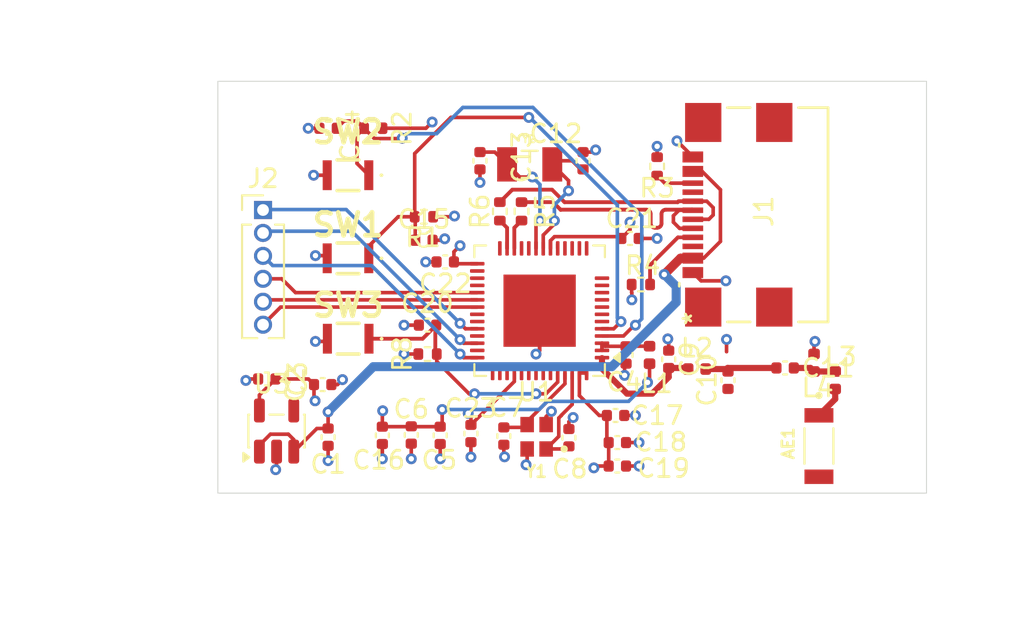
<source format=kicad_pcb>
(kicad_pcb (version 20241229) (generator "pcbnew") (generator_version "9.0")
  (layers (0 "F.Cu" signal) (4 "In1.Cu" power "GND") (6 "In2.Cu" power "PWR") (2 "B.Cu" signal) (13 "F.Paste" user) (15 "B.Paste" user) (5 "F.SilkS" user "F.Silkscreen") (7 "B.SilkS" user "B.Silkscreen") (1 "F.Mask" user) (3 "B.Mask" user) (25 "Edge.Cuts" user))
  (net 0 "")
  (net 1 "GND")
  (net 2 "5v_USB_EXT")
  (net 3 " VDD3P3_RTC")
  (net 4 "Net-(C4-Pad2)")
  (net 5 "Net-(U1-XTAL_N)")
  (net 6 "Net-(U1-XTAL_P)")
  (net 7 "Net-(U1-LNA_IN)")
  (net 8 "Net-(C10-Pad2)")
  (net 9 "Net-(C11-Pad1)")
  (net 10 "Net-(U1-XTAL_32K_P)")
  (net 11 "Net-(U1-XTAL_32K_N)")
  (net 12 "Chip_PU")
  (net 13 "GPIO0")
  (net 14 "GPIO46")
  (net 15 "Net-(AE1-FEED)")
  (net 16 "Net-(J1-CC2)")
  (net 17 "Net-(J1-CC1)")
  (net 18 "USB_D-")
  (net 19 "USB_D+")
  (net 53 "CS_FLASH")
  (net 54 "/Clock")
  (net 55 "CS_DAC")
  (net 56 "/MISO")
  (net 57 "/MOSI")
  (net 58 "CS_ADC")
  (net 59 "unconnected-(U1-GPIO14-Pad19)")
  (net 60 "/ESP_USB_D-")
  (net 61 "/ESP_USB_D+")
  (footprint "Capacitor_SMD:C_0402_1005Metric" (layer "F.Cu") (at 163.22 67.64 -90)
    (property "Reference" "C7")
    (property "Value" "14µF")
  )
  (footprint "Resistor_SMD:R_0402_1005Metric" (layer "F.Cu") (at 163 55.2 -90)
    (property "Reference" "R6")
    (property "Value" "22")
  )
  (footprint "Capacitor_SMD:C_0402_1005Metric" (layer "F.Cu") (at 153.2 64.79 180)
    (property "Reference" "C2")
    (property "Value" "10µF")
  )
  (footprint "Capacitor_SMD:C_0402_1005Metric" (layer "F.Cu") (at 161.4 67.5 90)
    (property "Reference" "C23")
    (property "Value" "0.1µF")
  )
  (footprint "Package_DFN_QFN:QFN-56-1EP_7x7mm_P0.4mm_EP4x4mm" (layer "F.Cu") (at 165.2 60.7 180)
    (property "Reference" "U1")
    (property "Value" "ESP32-S3")
  )
  (footprint "Capacitor_SMD:C_0402_1005Metric" (layer "F.Cu") (at 159.7 67.6 90)
    (property "Reference" "C5")
    (property "Value" "0.1µF")
  )
  (footprint "wsg_fp:USB4110-GF-A_GCT" (layer "F.Cu") (at 177.0378 55.390001 90)
    (property "Reference" "J1")
    (property "Value" "USB4110-GF-A")
  )
  (footprint "Resistor_SMD:R_0402_1005Metric" (layer "F.Cu") (at 170.8 59.25 180)
    (property "Reference" "R4")
    (property "Value" "5.1k")
  )
  (footprint "Connector_PinHeader_1.27mm:PinHeader_1x06_P1.27mm_Vertical" (layer "F.Cu") (at 149.9 55.125)
    (property "Reference" "J2")
    (property "Value" "Conn_01x06")
  )
  (footprint "Inductor_SMD:L_0402_1005Metric" (layer "F.Cu") (at 180.38 63.58 -90)
    (property "Reference" "L4")
    (property "Value" "2.7nH")
  )
  (footprint "Capacitor_SMD:C_0402_1005Metric" (layer "F.Cu") (at 156.5 67.6 90)
    (property "Reference" "C16")
    (property "Value" "2.2µF")
  )
  (footprint "wsg_fp:XDCR_2450AT18B100E" (layer "F.Cu") (at 180.65 68.1925 -90)
    (property "Reference" "AE1")
    (property "Value" "Antenna_Chip")
  )
  (footprint "Capacitor_SMD:C_0402_1005Metric" (layer "F.Cu") (at 159 61.5 180)
    (property "Reference" "C20")
    (property "Value" "10pF")
  )
  (footprint "Capacitor_SMD:C_0402_1005Metric" (layer "F.Cu") (at 169.4 66.5 180)
    (property "Reference" "C17")
    (property "Value" "10nF")
  )
  (footprint "Capacitor_SMD:C_0402_1005Metric" (layer "F.Cu") (at 169.98 63.15 90)
    (property "Reference" "C4")
    (property "Value" "0.1µF")
  )
  (footprint "Package_TO_SOT_SMD:SOT-23-5" (layer "F.Cu") (at 150.65 67.3625 90)
    (property "Reference" "U3")
    (property "Value" "AP2112H")
  )
  (footprint "Capacitor_SMD:C_0402_1005Metric" (layer "F.Cu") (at 175.62 64.55 90)
    (property "Reference" "C10")
    (property "Value" "1.5pF")
  )
  (footprint "wsg_fp:NANOT100AS_butt" (layer "F.Cu") (at 154.6 57.8 180)
    (property "Reference" "SW1")
    (property "Value" "SW_Push" (hide yes))
  )
  (footprint "Capacitor_SMD:C_0402_1005Metric" (layer "F.Cu") (at 161.9 52.4 90)
    (property "Reference" "C13")
    (property "Value" "17pF")
  )
  (footprint "wsg_fp:NANOT100AS_butt" (layer "F.Cu") (at 154.6 53.2 180)
    (property "Reference" "SW2")
    (property "Value" "SW_Push" (hide yes))
  )
  (footprint "Inductor_SMD:L_0402_1005Metric" (layer "F.Cu") (at 171.28 63.15 90)
    (property "Reference" "L1")
    (property "Value" "2.0nH")
  )
  (footprint "Inductor_SMD:L_0402_1005Metric" (layer "F.Cu") (at 173.9 63.93)
    (property "Reference" "L2")
    (property "Value" "2.7nH")
  )
  (footprint "wsg_fp:NANOT100AS_butt" (layer "F.Cu") (at 154.61 62.25 180)
    (property "Reference" "SW3")
    (property "Value" "SW_Push" (hide yes))
  )
  (footprint "Capacitor_SMD:C_0402_1005Metric" (layer "F.Cu") (at 172.34 63.39 -90)
    (property "Reference" "C9")
    (property "Value" "1.5pF")
  )
  (footprint "Capacitor_SMD:C_0402_1005Metric" (layer "F.Cu") (at 153.5 67.7 90)
    (property "Reference" "C1")
    (property "Value" "10µF")
  )
  (footprint "Capacitor_SMD:C_0402_1005Metric" (layer "F.Cu") (at 167.6 52.4 -90)
    (property "Reference" "C12")
    (property "Value" "17pF")
  )
  (footprint "Capacitor_SMD:C_0402_1005Metric" (layer "F.Cu") (at 169.5 69.3 180)
    (property "Reference" "C19")
    (property "Value" "2.2µF")
  )
  (footprint "Resistor_SMD:R_0402_1005Metric" (layer "F.Cu") (at 156 50.6)
    (property "Reference" "R2")
    (property "Value" "10k")
  )
  (footprint "Capacitor_SMD:C_0402_1005Metric" (layer "F.Cu") (at 153.5 50.6 180)
    (property "Reference" "C14")
    (property "Value" "10pF")
  )
  (footprint "wsg_fp:XTAL_ECS-.327-12.5-34B-TR" (layer "F.Cu") (at 164.65 52.6)
    (property "Reference" "Y2")
    (property "Value" "ECS-.327-12.5-34B-TR")
  )
  (footprint "Inductor_SMD:L_0402_1005Metric" (layer "F.Cu") (at 181.55 64.55 -90)
    (property "Reference" "L3")
    (property "Value" "3.3nH")
  )
  (footprint "Capacitor_SMD:C_0402_1005Metric" (layer "F.Cu") (at 158.8 56.8)
    (property "Reference" "C15")
    (property "Value" "10pF")
  )
  (footprint "Capacitor_SMD:C_0402_1005Metric" (layer "F.Cu") (at 159.98 58)
    (property "Reference" "C22")
    (property "Value" "0.1µF")
  )
  (footprint "Resistor_SMD:R_0402_1005Metric" (layer "F.Cu") (at 158.8 55.5)
    (property "Reference" "R1")
    (property "Value" "10k")
  )
  (footprint "Resistor_SMD:R_0402_1005Metric" (layer "F.Cu") (at 159 63.1 180)
    (property "Reference" "R8")
    (property "Value" "10k")
  )
  (footprint "Capacitor_SMD:C_0402_1005Metric" (layer "F.Cu") (at 178.78 63.87 180)
    (property "Reference" "C11")
    (property "Value" "1.2pF")
  )
  (footprint "Capacitor_SMD:C_0402_1005Metric" (layer "F.Cu") (at 158.1 67.58 90)
    (property "Reference" "C6")
    (property "Value" "2.2µF")
  )
  (footprint "wsg_fp:XTAL_ECS-400-10-37B2-CKY-TR" (layer "F.Cu") (at 165.035 67.68 90)
    (property "Reference" "Y1")
    (property "Value" "ECS-400-10-37B2-CKY-TR")
  )
  (footprint "Capacitor_SMD:C_0402_1005Metric" (layer "F.Cu") (at 169.5 68 180)
    (property "Reference" "C18")
    (property "Value" "0.1µF")
  )
  (footprint "Capacitor_SMD:C_0402_1005Metric" (layer "F.Cu") (at 166.82 67.73 -90)
    (property "Reference" "C8")
    (property "Value" "14µF")
  )
  (footprint "Resistor_SMD:R_0402_1005Metric" (layer "F.Cu") (at 164.2 55.2 -90)
    (property "Reference" "R5")
    (property "Value" "22")
  )
  (footprint "Capacitor_SMD:C_0402_1005Metric" (layer "F.Cu") (at 150.11 64.48)
    (property "Reference" "C3")
    (property "Value" "0.1µF")
  )
  (footprint "Capacitor_SMD:C_0402_1005Metric" (layer "F.Cu") (at 170.2 56.7 180)
    (property "Reference" "C21")
    (property "Value" "0.1µF")
  )
  (footprint "Resistor_SMD:R_0402_1005Metric" (layer "F.Cu") (at 171.7 52.71 90)
    (property "Reference" "R3")
    (property "Value" "5.1k")
  )
  (gr_rect (start 147.4 48) (end 186.6 70.8) (stroke (width 0.05)) (fill no) (layer "Edge.Cuts"))
  (segment (start 158.1 68.06) (end 158.1 68.9) (width 0.2) (layer "F.Cu") (net 1))
  (segment (start 168.18 51.92) (end 167.6 51.92) (width 0.2) (layer "F.Cu") (net 1))
  (segment (start 172.34 62.31) (end 172.29 62.26) (width 0.2) (layer "F.Cu") (net 1))
  (segment (start 163.22 68.75) (end 163.26 68.79) (width 0.2) (layer "F.Cu") (net 1))
  (segment (start 153.68 64.79) (end 154.02005 64.79) (width 0.2) (layer "F.Cu") (net 1))
  (segment (start 152.8 62.4) (end 153.31 62.4) (width 0.2) (layer "F.Cu") (net 1))
  (segment (start 169.88 66.5) (end 170.5 66.5) (width 0.2) (layer "F.Cu") (net 1))
  (segment (start 164.51 69.17) (end 164.45 69.23) (width 0.2) (layer "F.Cu") (net 1))
  (segment (start 171.7 51.6) (end 171.7 52.2) (width 0.2) (layer "F.Cu") (net 1))
  (segment (start 150.65 68.5) (end 150.65 69.45) (width 0.2) (layer "F.Cu") (net 1))
  (segment (start 166.82 66.847818) (end 167.054832 66.612986) (width 0.2) (layer "F.Cu") (net 1))
  (segment (start 159.5 58) (end 158.9 58) (width 0.2) (layer "F.Cu") (net 1))
  (segment (start 169.9 64.28) (end 169.9 63.71) (width 0.2) (layer "F.Cu") (net 1))
  (segment (start 172.796698 51.3) (end 173.675 52.178302) (width 0.2) (layer "F.Cu") (net 1))
  (segment (start 149.03 64.48) (end 148.95 64.56) (width 0.2) (layer "F.Cu") (net 1))
  (segment (start 165.2 62.9) (end 165 63.1) (width 0.2123) (layer "F.Cu") (net 1))
  (segment (start 172.34 62.91) (end 172.34 62.31) (width 0.2) (layer "F.Cu") (net 1))
  (segment (start 159.7 68.08) (end 159.7 68.9) (width 0.2) (layer "F.Cu") (net 1))
  (segment (start 153.02 50.6) (end 152.4 50.6) (width 0.2) (layer "F.Cu") (net 1))
  (segment (start 153.31 62.4) (end 153.46 62.25) (width 0.2) (layer "F.Cu") (net 1))
  (segment (start 168.3 51.8) (end 168.18 51.92) (width 0.2) (layer "F.Cu") (net 1))
  (segment (start 170.7 68) (end 169.98 68) (width 0.2) (layer "F.Cu") (net 1))
  (segment (start 153.45 53.2) (end 152.7 53.2) (width 0.2) (layer "F.Cu") (net 1))
  (segment (start 180.38 62.45) (end 180.43 62.4) (width 0.2) (layer "F.Cu") (net 1))
  (segment (start 175.502562 59.045841) (end 174.130839 59.045841) (width 0.2) (layer "F.Cu") (net 1))
  (segment (start 156.5 68.08) (end 156.5 68.9) (width 0.2) (layer "F.Cu") (net 1))
  (segment (start 165.56 66.56198) (end 165.85099 66.27099) (width 0.2) (layer "F.Cu") (net 1))
  (segment (start 157.7 61.5) (end 158.52 61.5) (width 0.2) (layer "F.Cu") (net 1))
  (segment (start 171.7 56.7) (end 170.68 56.7) (width 0.2) (layer "F.Cu") (net 1))
  (segment (start 165.2 60.7) (end 165.2 62.9) (width 0.2123) (layer "F.Cu") (net 1))
  (segment (start 159.28 56.8) (end 159.87 56.8) (width 0.2) (layer "F.Cu") (net 1))
  (segment (start 159.87 56.8) (end 159.95 56.72) (width 0.2) (layer "F.Cu") (net 1))
  (segment (start 170.3 59.7) (end 170.29 59.69) (width 0.2) (layer "F.Cu") (net 1))
  (segment (start 166.82 67.25) (end 166.82 66.847818) (width 0.2) (layer "F.Cu") (net 1))
  (segment (start 164.51 68.355) (end 164.51 69.17) (width 0.2) (layer "F.Cu") (net 1))
  (segment (start 170.29 59.69) (end 170.29 59.25) (width 0.2) (layer "F.Cu") (net 1))
  (segment (start 169.9 63.71) (end 169.98 63.63) (width 0.2) (layer "F.Cu") (net 1))
  (segment (start 152.8 57.65) (end 153.3 57.65) (width 0.2) (layer "F.Cu") (net 1))
  (segment (start 174.130839 59.045841) (end 173.675 58.590002) (width 0.2) (layer "F.Cu") (net 1))
  (segment (start 169.98 69.3) (end 170.7 69.3) (width 0.2) (layer "F.Cu") (net 1))
  (segment (start 173.675 52.178302) (end 173.675 52.190002) (width 0.2) (layer "F.Cu") (net 1))
  (segment (start 165.56 67.005) (end 165.56 66.56198) (width 0.2) (layer "F.Cu") (net 1))
  (segment (start 153.3 57.65) (end 153.45 57.8) (width 0.2) (layer "F.Cu") (net 1))
  (segment (start 153.5 68.28) (end 153.5 69) (width 0.2) (layer "F.Cu") (net 1))
  (segment (start 154.02005 64.79) (end 154.295025 64.515025) (width 0.2) (layer "F.Cu") (net 1))
  (segment (start 180.38 63.095) (end 180.38 62.45) (width 0.2) (layer "F.Cu") (net 1))
  (segment (start 163.22 68.12) (end 163.22 68.75) (width 0.2) (layer "F.Cu") (net 1))
  (segment (start 161.9 52.88) (end 161.9 53.6) (width 0.2) (layer "F.Cu") (net 1))
  (segment (start 165.73 67.02) (end 165.75 67) (width 0.2) (layer "F.Cu") (net 1))
  (segment (start 150.65 69.45) (end 150.6 69.5) (width 0.2) (layer "F.Cu") (net 1))
  (segment (start 170.3 60.1) (end 170.3 59.7) (width 0.2) (layer "F.Cu") (net 1))
  (segment (start 161.4 67.98) (end 161.4 68.8) (width 0.2) (layer "F.Cu") (net 1))
  (segment (start 149.63 64.48) (end 149.03 64.48) (width 0.2) (layer "F.Cu") (net 1))
  (via (at 163.26 68.79) (size 0.6) (drill 0.3) (layers "F.Cu" "B.Cu") (net 1))
  (via (at 158.1 68.9) (size 0.6) (drill 0.3) (layers "F.Cu" "B.Cu") (net 1))
  (via (at 152.7 53.2) (size 0.6) (drill 0.3) (layers "F.Cu" "B.Cu") (net 1))
  (via (at 152.8 62.4) (size 0.6) (drill 0.3) (layers "F.Cu" "B.Cu") (net 1))
  (via (at 171.7 56.7) (size 0.6) (drill 0.3) (layers "F.Cu" "B.Cu") (net 1))
  (via (at 159.95 56.72) (size 0.6) (drill 0.3) (layers "F.Cu" "B.Cu") (net 1))
  (via (at 161.4 68.8) (size 0.6) (drill 0.3) (layers "F.Cu" "B.Cu") (net 1))
  (via (at 152.4 50.6) (size 0.6) (drill 0.3) (layers "F.Cu" "B.Cu") (net 1))
  (via (at 156.5 68.9) (size 0.6) (drill 0.3) (layers "F.Cu" "B.Cu") (net 1))
  (via (at 165 63.1) (size 0.6) (drill 0.3) (layers "F.Cu" "B.Cu") (net 1))
  (via (at 150.6 69.5) (size 0.6) (drill 0.3) (layers "F.Cu" "B.Cu") (net 1))
  (via (at 167.054832 66.612986) (size 0.6) (drill 0.3) (layers "F.Cu" "B.Cu") (net 1))
  (via (at 170.5 66.5) (size 0.6) (drill 0.3) (layers "F.Cu" "B.Cu") (net 1))
  (via (at 170.7 68) (size 0.6) (drill 0.3) (layers "F.Cu" "B.Cu") (net 1))
  (via (at 172.29 62.26) (size 0.6) (drill 0.3) (layers "F.Cu" "B.Cu") (net 1))
  (via (at 148.95 64.56) (size 0.6) (drill 0.3) (layers "F.Cu" "B.Cu") (net 1))
  (via (at 180.43 62.4) (size 0.6) (drill 0.3) (layers "F.Cu" "B.Cu") (net 1))
  (via (at 170.3 60.1) (size 0.6) (drill 0.3) (layers "F.Cu" "B.Cu") (net 1))
  (via (at 169.9 64.28) (size 0.6) (drill 0.3) (layers "F.Cu" "B.Cu") (net 1))
  (via (at 165.85099 66.27099) (size 0.6) (drill 0.3) (layers "F.Cu" "B.Cu") (net 1))
  (via (at 175.502562 59.045841) (size 0.6) (drill 0.3) (layers "F.Cu" "B.Cu") (net 1))
  (via (at 153.5 69) (size 0.6) (drill 0.3) (layers "F.Cu" "B.Cu") (net 1))
  (via (at 161.9 53.6) (size 0.6) (drill 0.3) (layers "F.Cu" "B.Cu") (net 1))
  (via (at 158.9 58) (size 0.6) (drill 0.3) (layers "F.Cu" "B.Cu") (net 1))
  (via (at 152.8 57.65) (size 0.6) (drill 0.3) (layers "F.Cu" "B.Cu") (net 1))
  (via (at 170.7 69.3) (size 0.6) (drill 0.3) (layers "F.Cu" "B.Cu") (net 1))
  (via (at 157.7 61.5) (size 0.6) (drill 0.3) (layers "F.Cu" "B.Cu") (net 1))
  (via (at 171.7 51.6) (size 0.6) (drill 0.3) (layers "F.Cu" "B.Cu") (net 1))
  (via (at 168.3 51.8) (size 0.6) (drill 0.3) (layers "F.Cu" "B.Cu") (net 1))
  (via (at 172.796698 51.3) (size 0.6) (drill 0.3) (layers "F.Cu" "B.Cu") (net 1))
  (via (at 164.45 69.23) (size 0.6) (drill 0.3) (layers "F.Cu" "B.Cu") (net 1))
  (via (at 154.295025 64.515025) (size 0.6) (drill 0.3) (layers "F.Cu" "B.Cu") (net 1))
  (via (at 159.7 68.9) (size 0.6) (drill 0.3) (layers "F.Cu" "B.Cu") (net 1))
  (segment (start 175.201 56.86564) (end 174.276639 57.790001) (width 0.2) (layer "F.Cu") (net 2))
  (segment (start 149.7 68.5) (end 149.7 68.145532) (width 0.2) (layer "F.Cu") (net 2))
  (segment (start 151.6 68.5) (end 152.88 67.22) (width 0.2) (layer "F.Cu") (net 2))
  (segment (start 174.190001 52.990001) (end 175.201 54.001) (width 0.2) (layer "F.Cu") (net 2))
  (segment (start 174.276639 57.790001) (end 173.675 57.790001) (width 0.2) (layer "F.Cu") (net 2))
  (segment (start 172.093351 58.693351) (end 172.996701 57.790001) (width 0.5) (layer "F.Cu") (net 2))
  (segment (start 172.996701 57.790001) (end 173.675 57.790001) (width 0.5) (layer "F.Cu") (net 2))
  (segment (start 151.298999 67.5365) (end 151.6 67.837501) (width 0.2) (layer "F.Cu") (net 2))
  (segment (start 149.7 68.145532) (end 150.309032 67.5365) (width 0.2) (layer "F.Cu") (net 2))
  (segment (start 152.88 67.22) (end 153.5 67.22) (width 0.2) (layer "F.Cu") (net 2))
  (segment (start 153.5 67.22) (end 153.5 66.3) (width 0.2) (layer "F.Cu") (net 2))
  (segment (start 151.6 67.837501) (end 151.6 68.5) (width 0.2) (layer "F.Cu") (net 2))
  (segment (start 173.675 57.790001) (end 173.871601 57.5934) (width 0.2) (layer "F.Cu") (net 2))
  (segment (start 173.675 52.990001) (end 174.190001 52.990001) (width 0.2) (layer "F.Cu") (net 2))
  (segment (start 150.309032 67.5365) (end 151.298999 67.5365) (width 0.2) (layer "F.Cu") (net 2))
  (segment (start 175.201 54.001) (end 175.201 56.86564) (width 0.2) (layer "F.Cu") (net 2))
  (via (at 153.5 66.3) (size 0.6) (drill 0.3) (layers "F.Cu" "B.Cu") (net 2))
  (via (at 172.093351 58.693351) (size 0.6) (drill 0.3) (layers "F.Cu" "B.Cu") (net 2))
  (segment (start 153.5 66.3) (end 156 63.8) (width 0.5) (layer "B.Cu") (net 2))
  (segment (start 172.753148 60.236518) (end 172.753148 59.353148) (width 0.5) (layer "B.Cu") (net 2))
  (segment (start 156 63.8) (end 169.189666 63.8) (width 0.5) (layer "B.Cu") (net 2))
  (segment (start 172.753148 59.353148) (end 172.093351 58.693351) (width 0.5) (layer "B.Cu") (net 2))
  (segment (start 169.189666 63.8) (end 172.753148 60.236518) (width 0.5) (layer "B.Cu") (net 2))
  (segment (start 152.72 65.63) (end 152.78 65.69) (width 0.2) (layer "F.Cu") (net 3))
  (segment (start 169.02 67.81) (end 169.02 68) (width 0.2) (layer "F.Cu") (net 3))
  (segment (start 171.28 64.56) (end 171.17 64.67) (width 0.2) (layer "F.Cu") (net 3))
  (segment (start 166.023936 56.599) (end 169.619 56.599) (width 0.2) (layer "F.Cu") (net 3))
  (segment (start 171.28 63.635) (end 171.28 64.56) (width 0.2) (layer "F.Cu") (net 3))
  (segment (start 170.2 56.22) (end 169.72 56.7) (width 0.2) (layer "F.Cu") (net 3))
  (segment (start 169.02 69.3) (end 169.02 68) (width 0.2) (layer "F.Cu") (net 3))
  (segment (start 158.912182 50.6) (end 159.256091 50.256091) (width 0.2) (layer "F.Cu") (net 3))
  (segment (start 156.5 67.12) (end 156.5 66.26) (width 0.2) (layer "F.Cu") (net 3))
  (segment (start 167.4 64.15) (end 167.4 65.4) (width 0.2) (layer "F.Cu") (net 3))
  (segment (start 152.72 64.79) (end 152.72 65.63) (width 0.2) (layer "F.Cu") (net 3))
  (segment (start 168.3 69.3) (end 168.2 69.4) (width 0.2) (layer "F.Cu") (net 3))
  (segment (start 152.41 64.48) (end 152.72 64.79) (width 0.2) (layer "F.Cu") (net 3))
  (segment (start 169.02 69.3) (end 168.3 69.3) (width 0.2) (layer "F.Cu") (net 3))
  (segment (start 168.5 66.5) (end 168.92 66.5) (width 0.2) (layer "F.Cu") (net 3))
  (segment (start 159.31 55.5) (end 160.45 55.5) (width 0.2) (layer "F.Cu") (net 3))
  (segment (start 158.08 67.12) (end 158.1 67.1) (width 0.2) (layer "F.Cu") (net 3))
  (segment (start 169.619 56.599) (end 169.72 56.7) (width 0.2) (layer "F.Cu") (net 3))
  (segment (start 168.92 67.9) (end 169.02 68) (width 0.2) (layer "F.Cu") (net 3))
  (segment (start 159.7 67.12) (end 158.12 67.12) (width 0.2) (layer "F.Cu") (net 3))
  (segment (start 160.46 57.44) (end 160.46 58) (width 0.2) (layer "F.Cu") (net 3))
  (segment (start 161.25 66.38) (end 161.4 66.53) (width 0.2) (layer "F.Cu") (net 3))
  (segment (start 165.8 57.25) (end 165.8 56.822936) (width 0.2) (layer "F.Cu") (net 3))
  (segment (start 161.4 67.02) (end 163.8 64.62) (width 0.2) (layer "F.Cu") (net 3))
  (segment (start 159.81 67.01) (end 159.7 67.12) (width 0.2) (layer "F.Cu") (net 3))
  (segment (start 159.81 66.17) (end 159.81 67.01) (width 0.2) (layer "F.Cu") (net 3))
  (segment (start 160.8 57.1) (end 160.46 57.44) (width 0.2) (layer "F.Cu") (net 3))
  (segment (start 150.59 64.48) (end 152.41 64.48) (width 0.2) (layer "F.Cu") (net 3))
  (segment (start 161.4 66.53) (end 161.4 67.02) (width 0.2) (layer "F.Cu") (net 3))
  (segment (start 156.5 67.12) (end 158.08 67.12) (width 0.2) (layer "F.Cu") (net 3))
  (segment (start 158.12 67.12) (end 158.1 67.1) (width 0.2) (layer "F.Cu") (net 3))
  (segment (start 149.7 66.225) (end 149.7 65.37) (width 0.2) (layer "F.Cu") (net 3))
  (segment (start 165.8 56.822936) (end 166.023936 56.599) (width 0.2) (layer "F.Cu") (net 3))
  (segment (start 167.4 65.4) (end 168.5 66.5) (width 0.2) (layer "F.Cu") (net 3))
  (segment (start 167.8 64.28) (end 167.8 64.15) (width 0.2) (layer "F.Cu") (net 3))
  (segment (start 156.5 66.26) (end 156.52 66.24) (width 0.2) (layer "F.Cu") (net 3))
  (segment (start 149.7 65.37) (end 150.59 64.48) (width 0.2) (layer "F.Cu") (net 3))
  (segment (start 156.51 50.6) (end 158.912182 50.6) (width 0.2) (layer "F.Cu") (net 3))
  (segment (start 170.2 55.8) (end 170.2 56.22) (width 0.2) (layer "F.Cu") (net 3))
  (segment (start 168.92 66.5) (end 168.92 67.9) (width 0.2) (layer "F.Cu") (net 3))
  (segment (start 158.49 63.1) (end 157.7 63.1) (width 0.2) (layer "F.Cu") (net 3))
  (segment (start 167.8 64.15) (end 167.4 64.15) (width 0.2) (layer "F.Cu") (net 3))
  (segment (start 160.56 58.1) (end 160.46 58) (width 0.2) (layer "F.Cu") (net 3))
  (segment (start 161.75 58.1) (end 160.56 58.1) (width 0.2) (layer "F.Cu") (net 3))
  (segment (start 163.8 64.62) (end 163.8 64.15) (width 0.2) (layer "F.Cu") (net 3))
  (segment (start 160.45 55.5) (end 160.49 55.46) (width 0.2) (layer "F.Cu") (net 3))
  (via (at 170.2 55.8) (size 0.6) (drill 0.3) (layers "F.Cu" "B.Cu") (net 3))
  (via (at 156.52 66.24) (size 0.6) (drill 0.3) (layers "F.Cu" "B.Cu") (net 3))
  (via (at 160.49 55.46) (size 0.6) (drill 0.3) (layers "F.Cu" "B.Cu") (net 3))
  (via (at 171.17 64.67) (size 0.6) (drill 0.3) (layers "F.Cu" "B.Cu") (net 3))
  (via (at 157.7 63.1) (size 0.6) (drill 0.3) (layers "F.Cu" "B.Cu") (net 3))
  (via (at 159.256091 50.256091) (size 0.6) (drill 0.3) (layers "F.Cu" "B.Cu") (net 3))
  (via (at 161.25 66.38) (size 0.6) (drill 0.3) (layers "F.Cu" "B.Cu") (net 3))
  (via (at 152.78 65.69) (size 0.6) (drill 0.3) (layers "F.Cu" "B.Cu") (net 3))
  (via (at 168.2 69.4) (size 0.6) (drill 0.3) (layers "F.Cu" "B.Cu") (net 3))
  (via (at 159.81 66.17) (size 0.6) (drill 0.3) (layers "F.Cu" "B.Cu") (net 3))
  (via (at 160.8 57.1) (size 0.6) (drill 0.3) (layers "F.Cu" "B.Cu") (net 3))
  (segment (start 170.12001 65.71999) (end 165.622758 65.71999) (width 0.2) (layer "B.Cu") (net 3))
  (segment (start 165.172748 66.17) (end 159.81 66.17) (width 0.2) (layer "B.Cu") (net 3))
  (segment (start 171.17 64.67) (end 170.12001 65.71999) (width 0.2) (layer "B.Cu") (net 3))
  (segment (start 165.622758 65.71999) (end 165.172748 66.17) (width 0.2) (layer "B.Cu") (net 3))
  (segment (start 168.65 62.9) (end 168.65 62.5) (width 0.2123) (layer "F.Cu") (net 4))
  (segment (start 168.82 62.67) (end 168.65 62.5) (width 0.2) (layer "F.Cu") (net 4))
  (segment (start 169.98 62.67) (end 168.82 62.67) (width 0.2) (layer "F.Cu") (net 4))
  (segment (start 171.28 62.665) (end 169.985 62.665) (width 0.2) (layer "F.Cu") (net 4))
  (segment (start 164.51 67.005) (end 164.51 66.834162) (width 0.2) (layer "F.Cu") (net 5))
  (segment (start 166.6 64.744162) (end 166.6 64.15) (width 0.2) (layer "F.Cu") (net 5))
  (segment (start 164.51 66.834162) (end 166.6 64.744162) (width 0.2) (layer "F.Cu") (net 5))
  (segment (start 163.22 67.16) (end 164.355 67.16) (width 0.2) (layer "F.Cu") (net 5))
  (segment (start 164.355 67.16) (end 164.51 67.005) (width 0.2) (layer "F.Cu") (net 5))
  (segment (start 165.56 68.355) (end 166.675 68.355) (width 0.2) (layer "F.Cu") (net 6))
  (segment (start 166.40199 66.499222) (end 166.40199 66.48801) (width 0.2) (layer "F.Cu") (net 6))
  (segment (start 167 65.89) (end 167 64.15) (width 0.2) (layer "F.Cu") (net 6))
  (segment (start 166.259 66.642212) (end 166.40199 66.499222) (width 0.2) (layer "F.Cu") (net 6))
  (segment (start 166.675 68.355) (end 166.82 68.21) (width 0.2) (layer "F.Cu") (net 6))
  (segment (start 165.56 68.355) (end 166.259 67.656) (width 0.2) (layer "F.Cu") (net 6))
  (segment (start 166.40199 66.48801) (end 167 65.89) (width 0.2) (layer "F.Cu") (net 6))
  (segment (start 166.259 67.656) (end 166.259 66.642212) (width 0.2) (layer "F.Cu") (net 6))
  (segment (start 171.427227 65.291) (end 170.032773 65.291) (width 0.34) (layer "F.Cu") (net 7))
  (segment (start 170.032773 65.291) (end 168.65 63.908227) (width 0.34) (layer "F.Cu") (net 7))
  (segment (start 173.355 63.87) (end 173.415 63.93) (width 0.34) (layer "F.Cu") (net 7))
  (segment (start 172.34 63.87) (end 172.34 64.378227) (width 0.34) (layer "F.Cu") (net 7))
  (segment (start 168.65 63.908227) (end 168.65 63.32715) (width 0.34) (layer "F.Cu") (net 7))
  (segment (start 172.34 63.87) (end 173.355 63.87) (width 0.34) (layer "F.Cu") (net 7))
  (segment (start 172.34 64.378227) (end 171.427227 65.291) (width 0.34) (layer "F.Cu") (net 7))
  (segment (start 178.3 63.87) (end 175.6 63.87) (width 0.34) (layer "F.Cu") (net 8))
  (segment (start 175.6 63.87) (end 175.54 63.93) (width 0.34) (layer "F.Cu") (net 8))
  (segment (start 174.385 63.93) (end 175.54 63.93) (width 0.34) (layer "F.Cu") (net 8))
  (segment (start 175.54 62.97) (end 175.54 62.29) (width 0.2) (layer "F.Cu") (net 8))
  (via (at 175.54 62.29) (size 0.6) (drill 0.3) (layers "F.Cu" "B.Cu") (net 8))
  (segment (start 180.185 63.87) (end 180.38 64.065) (width 0.34) (layer "F.Cu") (net 9))
  (segment (start 179.26 63.87) (end 180.185 63.87) (width 0.34) (layer "F.Cu") (net 9))
  (segment (start 180.38 64.065) (end 181.55 64.065) (width 0.34) (layer "F.Cu") (net 9))
  (segment (start 167.6 52.88) (end 167.48 52.88) (width 0.2) (layer "F.Cu") (net 10))
  (segment (start 166.017296 55.715) (end 166.017296 55.897704) (width 0.2) (layer "F.Cu") (net 10))
  (segment (start 167 52.4) (end 166.1 52.4) (width 0.2) (layer "F.Cu") (net 10))
  (segment (start 165.4 56.515) (end 165.4 57.25) (width 0.2) (layer "F.Cu") (net 10))
  (segment (start 166.8 54.06302) (end 166.8 53.5) (width 0.2) (layer "F.Cu") (net 10))
  (segment (start 166.8 53.5) (end 165.9 52.6) (width 0.2) (layer "F.Cu") (net 10))
  (segment (start 167.48 52.88) (end 167 52.4) (width 0.2) (layer "F.Cu") (net 10))
  (segment (start 166.017296 55.897704) (end 165.4 56.515) (width 0.2) (layer "F.Cu") (net 10))
  (segment (start 166.1 52.4) (end 165.9 52.6) (width 0.2) (layer "F.Cu") (net 10))
  (via (at 166.8 54.06302) (size 0.6) (drill 0.3) (layers "F.Cu" "B.Cu") (net 10))
  (via (at 166.017296 55.715) (size 0.6) (drill 0.3) (layers "F.Cu" "B.Cu") (net 10))
  (segment (start 166.8 54.06302) (end 166.017296 54.845724) (width 0.2) (layer "B.Cu") (net 10))
  (segment (start 166.017296 54.845724) (end 166.017296 55.715) (width 0.2) (layer "B.Cu") (net 10))
  (segment (start 165 55.932295) (end 165.217295 55.715) (width 0.2) (layer "F.Cu") (net 11))
  (segment (start 161.9 51.92) (end 162.72 51.92) (width 0.2) (layer "F.Cu") (net 11))
  (segment (start 163.4 53.1) (end 163.4 52.6) (width 0.2) (layer "F.Cu") (net 11))
  (segment (start 164.1 53.3) (end 163.4 52.6) (width 0.2) (layer "F.Cu") (net 11))
  (segment (start 164.8 53.3) (end 164.1 53.3) (width 0.2) (layer "F.Cu") (net 11))
  (segment (start 165 57.25) (end 165 55.932295) (width 0.2) (layer "F.Cu") (net 11))
  (segment (start 162.72 51.92) (end 163.4 52.6) (width 0.2) (layer "F.Cu") (net 11))
  (via (at 164.8 53.3) (size 0.6) (drill 0.3) (layers "F.Cu" "B.Cu") (net 11))
  (via (at 165.217295 55.715) (size 0.6) (drill 0.3) (layers "F.Cu" "B.Cu") (net 11))
  (segment (start 165.217295 53.717295) (end 164.8 53.3) (width 0.2) (layer "B.Cu") (net 11))
  (segment (start 165.166055 55.566055) (end 165.217295 55.617295) (width 0.2) (layer "B.Cu") (net 11))
  (segment (start 165.217295 55.617295) (end 165.217295 55.715) (width 0.2) (layer "B.Cu") (net 11))
  (segment (start 165.217295 55.715) (end 165.217295 53.717295) (width 0.2) (layer "B.Cu") (net 11))
  (segment (start 154.38 50.2) (end 153.98 50.6) (width 0.2) (layer "F.Cu") (net 12))
  (segment (start 155.75 53.2) (end 155.8 53.2) (width 0.2) (layer "F.Cu") (net 12))
  (segment (start 155.1 50.99) (end 155.49 50.6) (width 0.2) (layer "F.Cu") (net 12))
  (segment (start 157.6 51.35) (end 157.6 51.15) (width 0.2) (layer "F.Cu") (net 12))
  (segment (start 155.49 50.6) (end 156.061 51.171) (width 0.2) (layer "F.Cu") (net 12))
  (segment (start 170.43952 61.499858) (end 169.839378 62.1) (width 0.2) (layer "F.Cu") (net 12))
  (segment (start 155.1 52.55) (end 155.1 50.99) (width 0.2) (layer "F.Cu") (net 12))
  (segment (start 155.75 53.2) (end 155.1 52.55) (width 0.2) (layer "F.Cu") (net 12))
  (segment (start 157.579 51.171) (end 157.6 51.15) (width 0.2) (layer "F.Cu") (net 12))
  (segment (start 169.839378 62.1) (end 168.65 62.1) (width 0.2) (layer "F.Cu") (net 12))
  (segment (start 155.49 50.6) (end 155.09 50.2) (width 0.2) (layer "F.Cu") (net 12))
  (segment (start 155.09 50.2) (end 154.38 50.2) (width 0.2) (layer "F.Cu") (net 12))
  (segment (start 156.061 51.171) (end 157.579 51.171) (width 0.2) (layer "F.Cu") (net 12))
  (segment (start 170.499858 61.499858) (end 170.43952 61.499858) (width 0.2) (layer "F.Cu") (net 12))
  (via (at 157.6 51.15) (size 0.6) (drill 0.3) (layers "F.Cu" "B.Cu") (net 12))
  (via (at 170.499858 61.499858) (size 0.6) (drill 0.3) (layers "F.Cu" "B.Cu") (net 12))
  (segment (start 159.5 50.9) (end 160.951 49.449) (width 0.2) (layer "B.Cu") (net 12))
  (segment (start 164.828232 49.449) (end 170.851 55.471768) (width 0.2) (layer "B.Cu") (net 12))
  (segment (start 170.851 55.471768) (end 170.851 61.148716) (width 0.2) (layer "B.Cu") (net 12))
  (segment (start 170.851 61.148716) (end 170.499858 61.499858) (width 0.2) (layer "B.Cu") (net 12))
  (segment (start 157.6 51.15) (end 157.85 50.9) (width 0.2) (layer "B.Cu") (net 12))
  (segment (start 160.951 49.449) (end 164.828232 49.449) (width 0.2) (layer "B.Cu") (net 12))
  (segment (start 157.85 50.9) (end 159.5 50.9) (width 0.2) (layer "B.Cu") (net 12))
  (segment (start 157.375 55.5) (end 155.75 57.125) (width 0.2) (layer "F.Cu") (net 13))
  (segment (start 160.29 50) (end 164.6 50) (width 0.2) (layer "F.Cu") (net 13))
  (segment (start 158.29 52) (end 160.29 50) (width 0.2) (layer "F.Cu") (net 13))
  (segment (start 158.32 55.53) (end 158.29 55.5) (width 0.2) (layer "F.Cu") (net 13))
  (segment (start 169.3 61.7) (end 169.7 61.3) (width 0.2) (layer "F.Cu") (net 13))
  (segment (start 158.29 55.5) (end 157.375 55.5) (width 0.2) (layer "F.Cu") (net 13))
  (segment (start 158.32 56.8) (end 158.32 55.53) (width 0.2) (layer "F.Cu") (net 13))
  (segment (start 158.29 55.5) (end 158.29 52) (width 0.2) (layer "F.Cu") (net 13))
  (segment (start 168.65 61.7) (end 169.3 61.7) (width 0.2) (layer "F.Cu") (net 13))
  (segment (start 155.75 57.125) (end 155.75 57.8) (width 0.2) (layer "F.Cu") (net 13))
  (via (at 164.6 50) (size 0.6) (drill 0.3) (layers "F.Cu" "B.Cu") (net 13))
  (via (at 169.7 61.3) (size 0.6) (drill 0.3) (layers "F.Cu" "B.Cu") (net 13))
  (segment (start 169.499 61.099) (end 169.499 54.848589) (width 0.2) (layer "B.Cu") (net 13))
  (segment (start 164.650411 50) (end 164.6 50) (width 0.2) (layer "B.Cu") (net 13))
  (segment (start 169.7 61.3) (end 169.499 61.099) (width 0.2) (layer "B.Cu") (net 13))
  (segment (start 169.499 54.848589) (end 164.650411 50) (width 0.2) (layer "B.Cu") (net 13))
  (segment (start 165 65.3) (end 165.547774 65.3) (width 0.2) (layer "F.Cu") (net 14))
  (segment (start 159.51 63.1) (end 159.43 63.02) (width 0.2123) (layer "F.Cu") (net 14))
  (segment (start 159.51 63.1) (end 159.51 63.51) (width 0.2) (layer "F.Cu") (net 14))
  (segment (start 159.51 61.53) (end 159.48 61.5) (width 0.2) (layer "F.Cu") (net 14))
  (segment (start 158.73 62.25) (end 159.48 61.5) (width 0.2123) (layer "F.Cu") (net 14))
  (segment (start 155.76 62.25) (end 158.73 62.25) (width 0.2123) (layer "F.Cu") (net 14))
  (segment (start 161.3 65.3) (end 161.6 65.3) (width 0.2) (layer "F.Cu") (net 14))
  (segment (start 165.547774 65.3) (end 166.2 64.647774) (width 0.2) (layer "F.Cu") (net 14))
  (segment (start 159.43 63.02) (end 159.43 61.55) (width 0.2123) (layer "F.Cu") (net 14))
  (segment (start 159.51 63.51) (end 161.3 65.3) (width 0.2) (layer "F.Cu") (net 14))
  (segment (start 159.43 61.55) (end 159.48 61.5) (width 0.2123) (layer "F.Cu") (net 14))
  (segment (start 166.2 64.647774) (end 166.2 64.15) (width 0.2) (layer "F.Cu") (net 14))
  (via (at 161.6 65.3) (size 0.6) (drill 0.3) (layers "F.Cu" "B.Cu") (net 14))
  (via (at 165 65.3) (size 0.6) (drill 0.3) (layers "F.Cu" "B.Cu") (net 14))
  (segment (start 165 65.3) (end 161.6 65.3) (width 0.2) (layer "B.Cu") (net 14))
  (segment (start 181.55 65.035) (end 181.55 65.5925) (width 0.34) (layer "F.Cu") (net 15))
  (segment (start 181.55 65.5925) (end 180.65 66.4925) (width 0.34) (layer "F.Cu") (net 15))
  (segment (start 171.7 53.22) (end 172.120002 53.640002) (width 0.2) (layer "F.Cu") (net 16))
  (segment (start 172.120002 53.640002) (end 173.675 53.640002) (width 0.2) (layer "F.Cu") (net 16))
  (segment (start 171.31 58.1791) (end 172.849099 56.640001) (width 0.2123) (layer "F.Cu") (net 17))
  (segment (start 172.849099 56.640001) (end 173.675 56.640001) (width 0.2) (layer "F.Cu") (net 17))
  (segment (start 171.31 59.25) (end 171.31 58.1791) (width 0.2123) (layer "F.Cu") (net 17))
  (segment (start 172.6 55.8) (end 172.940002 56.140002) (width 0.2) (layer "F.Cu") (net 18))
  (segment (start 166.364669 55.114) (end 165.940669 54.69) (width 0.212) (layer "F.Cu") (net 18))
  (segment (start 173.675 55.140001) (end 173.641849 55.10685) (width 0.2123) (layer "F.Cu") (net 18))
  (segment (start 172.940002 56.140002) (end 173.675 56.140002) (width 0.2) (layer "F.Cu") (net 18))
  (segment (start 171.702321 56.10685) (end 171.582321 56.10685) (width 0.2123) (layer "F.Cu") (net 18))
  (segment (start 171.942321 55.34685) (end 171.942321 55.86685) (width 0.2123) (layer "F.Cu") (net 18))
  (segment (start 170.319785 55.10685) (end 166.371819 55.10685) (width 0.2123) (layer "F.Cu") (net 18))
  (segment (start 173.675 55.140001) (end 173.648999 55.114) (width 0.2) (layer "F.Cu") (net 18))
  (segment (start 172.6 55.443501) (end 172.6 55.8) (width 0.2) (layer "F.Cu") (net 18))
  (segment (start 171.102321 55.10685) (end 170.982321 55.10685) (width 0.2123) (layer "F.Cu") (net 18))
  (segment (start 165.940669 54.69) (end 164.2 54.69) (width 0.212) (layer "F.Cu") (net 18))
  (segment (start 171.342321 55.86685) (end 171.342321 55.34685) (width 0.2123) (layer "F.Cu") (net 18))
  (segment (start 173.634999 55.1) (end 173.675 55.140001) (width 0.2123) (layer "F.Cu") (net 18))
  (segment (start 173.641849 55.10685) (end 172.182321 55.10685) (width 0.2123) (layer "F.Cu") (net 18))
  (segment (start 172.9035 55.140001) (end 172.6 55.443501) (width 0.2) (layer "F.Cu") (net 18))
  (segment (start 170.982321 55.10685) (end 170.319785 55.10685) (width 0.2123) (layer "F.Cu") (net 18))
  (segment (start 166.371819 55.10685) (end 166.364669 55.114) (width 0.2123) (layer "F.Cu") (net 18))
  (segment (start 173.675 55.140001) (end 172.9035 55.140001) (width 0.2) (layer "F.Cu") (net 18))
  (arc (start 171.582321 56.10685) (mid 171.412615 56.036556) (end 171.342321 55.86685) (width 0.2123) (layer "F.Cu") (net 18))
  (arc (start 171.942321 55.86685) (mid 171.872027 56.036556) (end 171.702321 56.10685) (width 0.2123) (layer "F.Cu") (net 18))
  (arc (start 172.182321 55.10685) (mid 172.012615 55.177144) (end 171.942321 55.34685) (width 0.2123) (layer "F.Cu") (net 18))
  (arc (start 171.342321 55.34685) (mid 171.272027 55.177144) (end 171.102321 55.10685) (width 0.2123) (layer "F.Cu") (net 18))
  (segment (start 174.559999 55.640001) (end 173.675 55.640001) (width 0.2) (layer "F.Cu") (net 19))
  (segment (start 166.551057 54.66402) (end 166.580587 54.69355) (width 0.2123) (layer "F.Cu") (net 19))
  (segment (start 163 54.69) (end 163.69 54) (width 0.212) (layer "F.Cu") (net 19))
  (segment (start 166.580587 54.69355) (end 172.83765 54.69355) (width 0.2123) (layer "F.Cu") (net 19))
  (segment (start 173.675 54.64) (end 174.4465 54.64) (width 0.2) (layer "F.Cu") (net 19))
  (segment (start 174.4465 54.64) (end 174.8 54.9935) (width 0.2) (layer "F.Cu") (net 19))
  (segment (start 163.69 54) (end 165.887037 54) (width 0.212) (layer "F.Cu") (net 19))
  (segment (start 172.83765 54.69355) (end 172.8912 54.64) (width 0.2123) (layer "F.Cu") (net 19))
  (segment (start 174.8 55.4) (end 174.559999 55.640001) (width 0.2) (layer "F.Cu") (net 19))
  (segment (start 172.8912 54.64) (end 173.675 54.64) (width 0.2123) (layer "F.Cu") (net 19))
  (segment (start 174.8 54.9935) (end 174.8 55.4) (width 0.2) (layer "F.Cu") (net 19))
  (segment (start 173.65098 54.66402) (end 173.675 54.64) (width 0.2) (layer "F.Cu") (net 19))
  (segment (start 165.887037 54) (end 166.551057 54.66402) (width 0.212) (layer "F.Cu") (net 19))
  (segment (start 161.75 61.7) (end 161.1 61.7) (width 0.2) (layer "F.Cu") (net 53))
  (segment (start 161.1 61.7) (end 160.8 61.4) (width 0.2) (layer "F.Cu") (net 53))
  (via (at 160.8 61.4) (size 0.6) (drill 0.3) (layers "F.Cu" "B.Cu") (net 53))
  (segment (start 154.5 55.1) (end 149.925 55.1) (width 0.2) (layer "B.Cu") (net 53))
  (segment (start 160.8 61.4) (end 154.5 55.1) (width 0.2) (layer "B.Cu") (net 53))
  (segment (start 149.925 55.1) (end 149.9 55.125) (width 0.2) (layer "B.Cu") (net 53))
  (segment (start 150.935 58.935) (end 149.9 58.935) (width 0.2) (layer "F.Cu") (net 54))
  (segment (start 151.7 59.7) (end 150.935 58.935) (width 0.2) (layer "F.Cu") (net 54))
  (segment (start 161.75 59.7) (end 151.7 59.7) (width 0.2) (layer "F.Cu") (net 54))
  (segment (start 161.75 62.5) (end 161 62.5) (width 0.2) (layer "F.Cu") (net 55))
  (segment (start 161 62.5) (end 160.8 62.3) (width 0.2) (layer "F.Cu") (net 55))
  (via (at 160.8 62.3) (size 0.6) (drill 0.3) (layers "F.Cu" "B.Cu") (net 55))
  (segment (start 154.8 56.3) (end 160.8 62.3) (width 0.2) (layer "B.Cu") (net 55))
  (segment (start 149.995 56.3) (end 154.8 56.3) (width 0.2) (layer "B.Cu") (net 55))
  (segment (start 149.9 56.395) (end 149.995 56.3) (width 0.2) (layer "B.Cu") (net 55))
  (segment (start 149.9 60.205) (end 150.006 60.099) (width 0.2) (layer "F.Cu") (net 56))
  (segment (start 150.005 60.1) (end 149.9 60.205) (width 0.2) (layer "F.Cu") (net 56))
  (segment (start 161.75 60.1) (end 150.005 60.1) (width 0.2) (layer "F.Cu") (net 56))
  (segment (start 149.9 61.475) (end 150.875 60.5) (width 0.2) (layer "F.Cu") (net 57))
  (segment (start 150.875 60.5) (end 161.75 60.5) (width 0.2) (layer "F.Cu") (net 57))
  (segment (start 161 63.3) (end 160.8 63.1) (width 0.2) (layer "F.Cu") (net 58))
  (segment (start 161.75 63.3) (end 161 63.3) (width 0.2) (layer "F.Cu") (net 58))
  (via (at 160.8 63.1) (size 0.6) (drill 0.3) (layers "F.Cu" "B.Cu") (net 58))
  (segment (start 150.436 58.201) (end 149.9 57.665) (width 0.2) (layer "B.Cu") (net 58))
  (segment (start 160.8 63.1) (end 155.901 58.201) (width 0.2) (layer "B.Cu") (net 58))
  (segment (start 155.901 58.201) (end 150.436 58.201) (width 0.2) (layer "B.Cu") (net 58))
  (segment (start 166.2 57.25) (end 166.2 57) (width 0.2) (layer "F.Cu") (net 59))
  (segment (start 163.8 56.11) (end 164.2 55.71) (width 0.212) (layer "F.Cu") (net 60))
  (segment (start 163.8 57.25) (end 163.8 56.11) (width 0.212) (layer "F.Cu") (net 60))
  (segment (start 163.4 57.25) (end 163.4 56.11) (width 0.212) (layer "F.Cu") (net 61))
  (segment (start 163.4 56.11) (end 163 55.71) (width 0.212) (layer "F.Cu") (net 61))
)
</source>
